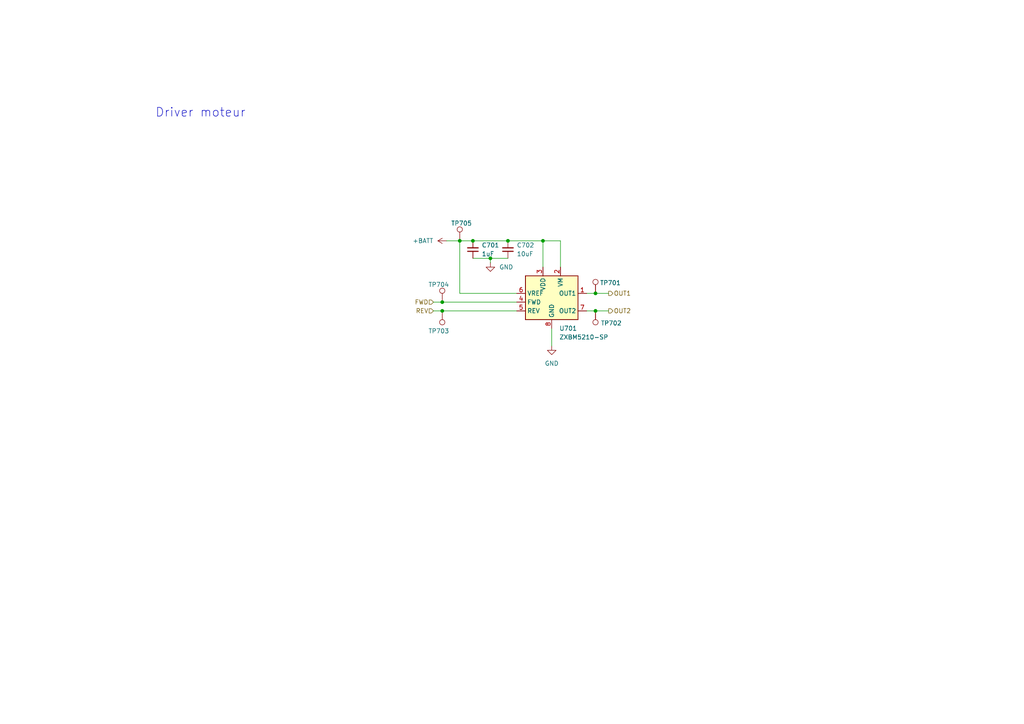
<source format=kicad_sch>
(kicad_sch (version 20231120) (generator "eeschema") (generator_version "8.0")
  (paper "A4")
  (lib_symbols
    (symbol "Connector:TestPoint" (pin_numbers hide) (pin_names (offset 0.762) hide)
      (property "Reference" "TP" (at 0 6.858 0))
      (property "Value" "TestPoint" (at 0 5.08 0))
      (symbol "TestPoint_0_1"
        (circle (center 0 3.302) (radius 0.762))
      )
      (symbol "TestPoint_1_1"
        (pin passive line (at 0 0 90) (length 2.54) (name "1") (number "1"))
      )
    )
    (symbol "Device:C_Small" (pin_numbers hide) (pin_names (offset 0.254) hide)
      (property "Reference" "C" (at 0.254 1.778 0))
      (property "Value" "C_Small" (at 0.254 -2.032 0))
      (symbol "C_Small_0_1"
        (polyline (pts (xy -1.524 -0.508) (xy 1.524 -0.508)) (stroke (width 0.3302)))
        (polyline (pts (xy -1.524 0.508) (xy 1.524 0.508)) (stroke (width 0.3048)))
      )
      (symbol "C_Small_1_1"
        (pin passive line (at 0 2.54 270) (length 2.032) (name "~") (number "1"))
        (pin passive line (at 0 -2.54 90) (length 2.032) (name "~") (number "2"))
      )
    )
    (symbol "Driver_Motor:ZXBM5210-SP"
      (property "Reference" "U" (at -7.62 8.89 0))
      (property "Value" "ZXBM5210-SP" (at 10.16 8.89 0))
      (symbol "ZXBM5210-SP_0_0"
        (pin output line (at 10.16 2.54 180) (length 2.54) (name "OUT1") (number "1"))
        (pin power_in line (at 2.54 10.16 270) (length 2.54) (name "VM") (number "2"))
        (pin power_in line (at -2.54 10.16 270) (length 2.54) (name "VDD") (number "3"))
        (pin input line (at -10.16 0 0) (length 2.54) (name "FWD") (number "4"))
        (pin input line (at -10.16 -2.54 0) (length 2.54) (name "REV") (number "5"))
        (pin input line (at -10.16 2.54 0) (length 2.54) (name "VREF") (number "6"))
        (pin output line (at 10.16 -2.54 180) (length 2.54) (name "OUT2") (number "7"))
        (pin power_in line (at 0 -7.62 90) (length 2.54) (name "GND") (number "8"))
        (pin passive line (at 0 -7.62 90) (length 2.54) hide (name "GND") (number "9"))
      )
      (symbol "ZXBM5210-SP_0_1"
        (rectangle (start -7.62 7.62) (end 7.62 -5.08) (stroke (width 0.254)) (fill (type background)))
      )
    )
    (symbol "power:+BATT" (power) (pin_numbers hide) (pin_names (offset 0) hide)
      (property "Value" "+BATT" (at 0 3.556 0))
      (symbol "+BATT_0_1"
        (polyline (pts (xy -0.762 1.27) (xy 0 2.54)))
        (polyline (pts (xy 0 0) (xy 0 2.54)))
        (polyline (pts (xy 0 2.54) (xy 0.762 1.27)))
      )
      (symbol "+BATT_1_1"
        (pin power_in line (at 0 0 90) (length 0) (name "~") (number "1"))
      )
    )
    (symbol "power:GND" (power) (pin_numbers hide) (pin_names (offset 0) hide)
      (property "Value" "GND" (at 0 -3.81 0))
      (symbol "GND_0_1"
        (polyline (pts (xy 0 0) (xy 0 -1.27) (xy 1.27 -1.27) (xy 0 -2.54) (xy -1.27 -1.27) (xy 0 -1.27)))
      )
      (symbol "GND_1_1"
        (pin power_in line (at 0 0 270) (length 0) (name "~") (number "1"))
      )
    )
  )
  (junction (at 128.27 90.17))
  (junction (at 137.16 69.85))
  (junction (at 172.72 85.09))
  (junction (at 128.27 87.63))
  (junction (at 172.72 90.17))
  (junction (at 142.24 74.93))
  (junction (at 157.48 69.85))
  (junction (at 147.32 69.85))
  (junction (at 133.35 69.85))
  (wire (pts (xy 142.24 74.93) (xy 142.24 76.2)))
  (wire (pts (xy 137.16 69.85) (xy 147.32 69.85)))
  (wire (pts (xy 162.56 77.47) (xy 162.56 69.85)))
  (wire (pts (xy 133.35 69.85) (xy 129.54 69.85)))
  (wire (pts (xy 128.27 90.17) (xy 149.86 90.17)))
  (wire (pts (xy 176.53 85.09) (xy 172.72 85.09)))
  (wire (pts (xy 149.86 85.09) (xy 133.35 85.09)))
  (wire (pts (xy 133.35 85.09) (xy 133.35 69.85)))
  (wire (pts (xy 137.16 74.93) (xy 142.24 74.93)))
  (wire (pts (xy 172.72 90.17) (xy 170.18 90.17)))
  (wire (pts (xy 137.16 69.85) (xy 133.35 69.85)))
  (wire (pts (xy 125.73 87.63) (xy 128.27 87.63)))
  (wire (pts (xy 160.02 95.25) (xy 160.02 100.33)))
  (wire (pts (xy 157.48 69.85) (xy 162.56 69.85)))
  (wire (pts (xy 176.53 90.17) (xy 172.72 90.17)))
  (wire (pts (xy 128.27 87.63) (xy 149.86 87.63)))
  (wire (pts (xy 147.32 69.85) (xy 157.48 69.85)))
  (wire (pts (xy 125.73 90.17) (xy 128.27 90.17)))
  (wire (pts (xy 142.24 74.93) (xy 147.32 74.93)))
  (wire (pts (xy 172.72 85.09) (xy 170.18 85.09)))
  (wire (pts (xy 157.48 69.85) (xy 157.48 77.47)))
  (text "Driver moteur\n" (at 58.166 32.766 0) (effects (font (size 2.54 2.54))))
  (hierarchical_label "FWD" (shape input) (at 125.73 87.63 180))
  (hierarchical_label "REV" (shape input) (at 125.73 90.17 180))
  (hierarchical_label "OUT2" (shape output) (at 176.53 90.17 0))
  (hierarchical_label "OUT1" (shape output) (at 176.53 85.09 0))
  (symbol (lib_id "Connector:TestPoint") (at 128.27 87.63 0) (unit 1)
    (property "Reference" "TP704" (at 124.206 82.55 0) (effects (justify left)))
    (property "Value" "TestPoint" (effects (hide yes)))
    (property "Footprint" "TestPoint:TestPoint_Pad_D1.0mm" (effects (hide yes)))
    (property "Description" "test point" (effects (hide yes)))
    (instances (project "Pojet_V-NOM_KiCAD" (path "" (reference "TP704") (unit 1)) (path "" (reference "TP804") (unit 1))))
  )
  (symbol (lib_id "power:+BATT") (at 129.54 69.85 90) (unit 1)
    (property "Reference" "#PWR0703" (effects (hide yes)))
    (property "Value" "+BATT" (at 125.73 69.8499 90) (effects (justify left)))
    (property "Description" "Power symbol creates a global label with name \"+BATT\"" (effects (hide yes)))
    (instances (project "Pojet_V-NOM_KiCAD" (path "" (reference "#PWR0703") (unit 1)) (path "" (reference "#PWR0803") (unit 1))))
  )
  (symbol (lib_id "Connector:TestPoint") (at 128.27 90.17 180) (unit 1)
    (property "Reference" "TP703" (at 124.206 96.012 0) (effects (justify right)))
    (property "Value" "TestPoint" (effects (hide yes)))
    (property "Footprint" "TestPoint:TestPoint_Pad_D1.0mm" (effects (hide yes)))
    (property "Description" "test point" (effects (hide yes)))
    (instances (project "Pojet_V-NOM_KiCAD" (path "" (reference "TP703") (unit 1)) (path "" (reference "TP803") (unit 1))))
  )
  (symbol (lib_id "power:GND") (at 142.24 76.2 0) (unit 1)
    (property "Reference" "#PWR0702" (effects (hide yes)))
    (property "Value" "GND" (at 144.78 77.4699 0) (effects (justify left)))
    (property "Description" "Power symbol creates a global label with name \"GND\" , ground" (effects (hide yes)))
    (instances (project "Pojet_V-NOM_KiCAD" (path "" (reference "#PWR0702") (unit 1)) (path "" (reference "#PWR0802") (unit 1))))
  )
  (symbol (lib_id "Connector:TestPoint") (at 133.35 69.85 0) (unit 1)
    (property "Reference" "TP705" (at 130.81 64.77 0) (effects (justify left)))
    (property "Value" "TestPoint" (effects (hide yes)))
    (property "Footprint" "TestPoint:TestPoint_Pad_D1.0mm" (effects (hide yes)))
    (property "Description" "test point" (effects (hide yes)))
    (instances (project "Pojet_V-NOM_KiCAD" (path "" (reference "TP705") (unit 1)) (path "" (reference "TP805") (unit 1))))
  )
  (symbol (lib_id "power:GND") (at 160.02 100.33 0) (unit 1)
    (property "Reference" "#PWR0701" (effects (hide yes)))
    (property "Value" "GND" (at 160.02 105.41 0))
    (property "Description" "Power symbol creates a global label with name \"GND\" , ground" (effects (hide yes)))
    (instances (project "Pojet_V-NOM_KiCAD" (path "" (reference "#PWR0701") (unit 1)) (path "" (reference "#PWR0801") (unit 1))))
  )
  (symbol (lib_id "Connector:TestPoint") (at 172.72 85.09 0) (unit 1)
    (property "Reference" "TP701" (at 173.99 82.042 0) (effects (justify left)))
    (property "Value" "TestPoint" (effects (hide yes)))
    (property "Footprint" "TestPoint:TestPoint_Pad_D1.0mm" (effects (hide yes)))
    (property "Description" "test point" (effects (hide yes)))
    (instances (project "Pojet_V-NOM_KiCAD" (path "" (reference "TP701") (unit 1)) (path "" (reference "TP801") (unit 1))))
  )
  (symbol (lib_id "Device:C_Small") (at 147.32 72.39 180) (unit 1)
    (property "Reference" "C702" (at 149.86 71.1135 0) (effects (justify right)))
    (property "Value" "10uF" (at 149.86 73.6535 0) (effects (justify right)))
    (property "Footprint" "Capacitor_SMD:C_0402_1005Metric" (effects (hide yes)))
    (property "Description" "Unpolarized capacitor, small symbol" (effects (hide yes)))
    (instances (project "Pojet_V-NOM_KiCAD" (path "" (reference "C702") (unit 1)) (path "" (reference "C802") (unit 1))))
  )
  (symbol (lib_id "Device:C_Small") (at 137.16 72.39 180) (unit 1)
    (property "Reference" "C701" (at 139.7 71.1135 0) (effects (justify right)))
    (property "Value" "1uF" (at 139.7 73.6535 0) (effects (justify right)))
    (property "Footprint" "Capacitor_SMD:C_0402_1005Metric" (effects (hide yes)))
    (property "Description" "Unpolarized capacitor, small symbol" (effects (hide yes)))
    (instances (project "Pojet_V-NOM_KiCAD" (path "" (reference "C701") (unit 1)) (path "" (reference "C801") (unit 1))))
  )
  (symbol (lib_id "Connector:TestPoint") (at 172.72 90.17 180) (unit 1)
    (property "Reference" "TP702" (at 174.244 93.726 0) (effects (justify right)))
    (property "Value" "TestPoint" (effects (hide yes)))
    (property "Footprint" "TestPoint:TestPoint_Pad_D1.0mm" (effects (hide yes)))
    (property "Description" "test point" (effects (hide yes)))
    (instances (project "Pojet_V-NOM_KiCAD" (path "" (reference "TP702") (unit 1)) (path "" (reference "TP802") (unit 1))))
  )
  (symbol (lib_id "Driver_Motor:ZXBM5210-SP") (at 160.02 87.63 0) (unit 1)
    (property "Reference" "U701" (at 162.2141 95.25 0) (effects (justify left)))
    (property "Value" "ZXBM5210-SP" (at 162.2141 97.79 0) (effects (justify left)))
    (property "Footprint" "Package_SO:Diodes_SO-8EP" (effects (hide yes)))
    (property "Datasheet" "https://www.diodes.com/assets/Datasheets/ZXBM5210.pdf" (effects (hide yes)))
    (property "Description" "Reversible DC motor drive with speed control, 3-18V, 0.85A, SOIC-8EP" (effects (hide yes)))
    (instances (project "Pojet_V-NOM_KiCAD" (path "" (reference "U701") (unit 1)) (path "" (reference "U801") (unit 1))))
  )
)
</source>
